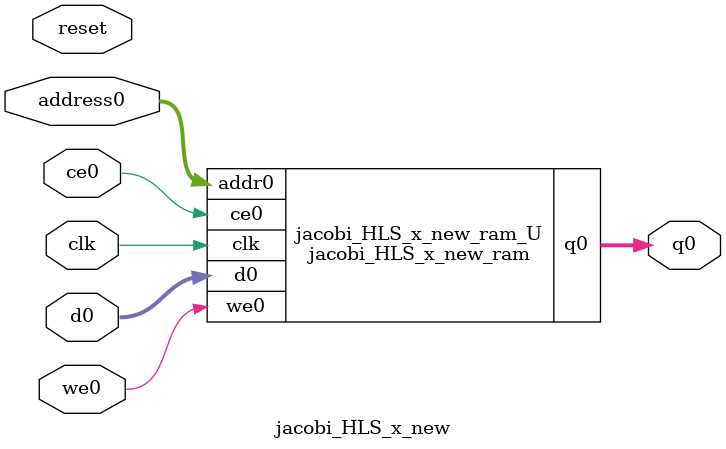
<source format=v>
`timescale 1 ns / 1 ps
module jacobi_HLS_x_new_ram (addr0, ce0, d0, we0, q0,  clk);

parameter DWIDTH = 32;
parameter AWIDTH = 4;
parameter MEM_SIZE = 16;

input[AWIDTH-1:0] addr0;
input ce0;
input[DWIDTH-1:0] d0;
input we0;
output reg[DWIDTH-1:0] q0;
input clk;

(* ram_style = "distributed" *)reg [DWIDTH-1:0] ram[0:MEM_SIZE-1];




always @(posedge clk)  
begin 
    if (ce0) 
    begin
        if (we0) 
        begin 
            ram[addr0] <= d0; 
        end 
        q0 <= ram[addr0];
    end
end


endmodule

`timescale 1 ns / 1 ps
module jacobi_HLS_x_new(
    reset,
    clk,
    address0,
    ce0,
    we0,
    d0,
    q0);

parameter DataWidth = 32'd32;
parameter AddressRange = 32'd16;
parameter AddressWidth = 32'd4;
input reset;
input clk;
input[AddressWidth - 1:0] address0;
input ce0;
input we0;
input[DataWidth - 1:0] d0;
output[DataWidth - 1:0] q0;



jacobi_HLS_x_new_ram jacobi_HLS_x_new_ram_U(
    .clk( clk ),
    .addr0( address0 ),
    .ce0( ce0 ),
    .we0( we0 ),
    .d0( d0 ),
    .q0( q0 ));

endmodule


</source>
